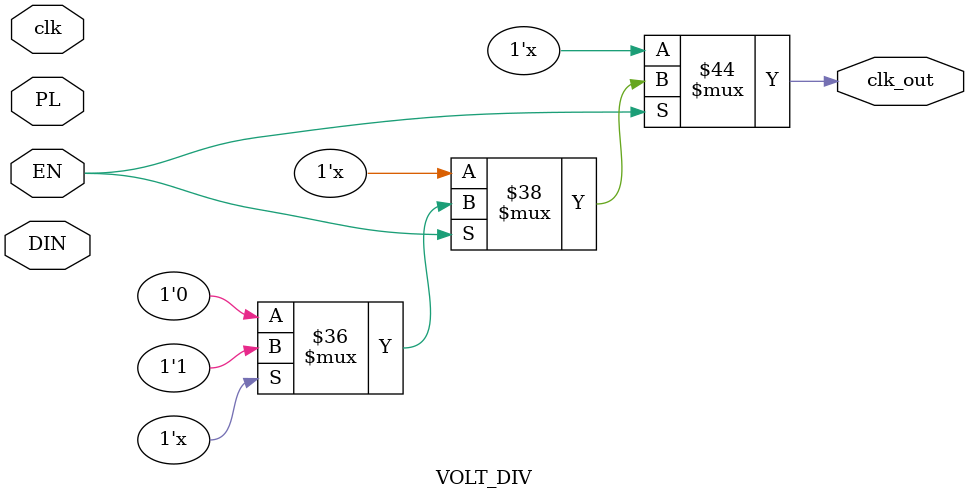
<source format=v>
module VOLT_DIV(DIN, clk, EN, clk_out, PL);

    input [15:0] DIN;
    input clk, EN, PL;
    output reg clk_out;
    
    reg [15:0] DATA, CURRENT_DATA;
    reg UP = 0;
    
    
    always @(clk)
        if(EN)
            if(~UP) begin
                    clk_out = 1;
                    DATA = DATA - 1;
                    UP = (DATA == 0) ? 1 : 0;
                end
            else begin
                    clk_out = 0;
                    DATA = DATA + 1;   
                    UP = (DATA >= CURRENT_DATA) ? 0 : 1; 
                end else if(PL) begin
                    DATA = DIN;
                    CURRENT_DATA = DIN;
                end 
            
            

endmodule
</source>
